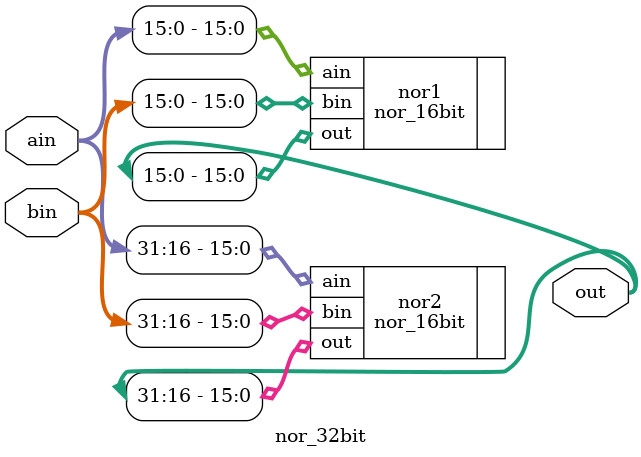
<source format=v>
module nor_32bit (
	output [31:0] out,
	input [31:0] ain,
	input [31:0] bin
);
	nor_16bit nor1 (
		.out(out[15:0]),
		.ain(ain[15:0]),
		.bin(bin[15:0])
	);
	
	nor_16bit nor2 (
		.out(out[31:16]),
		.ain(ain[31:16]),
		.bin(bin[31:16])
	);
	
endmodule
</source>
